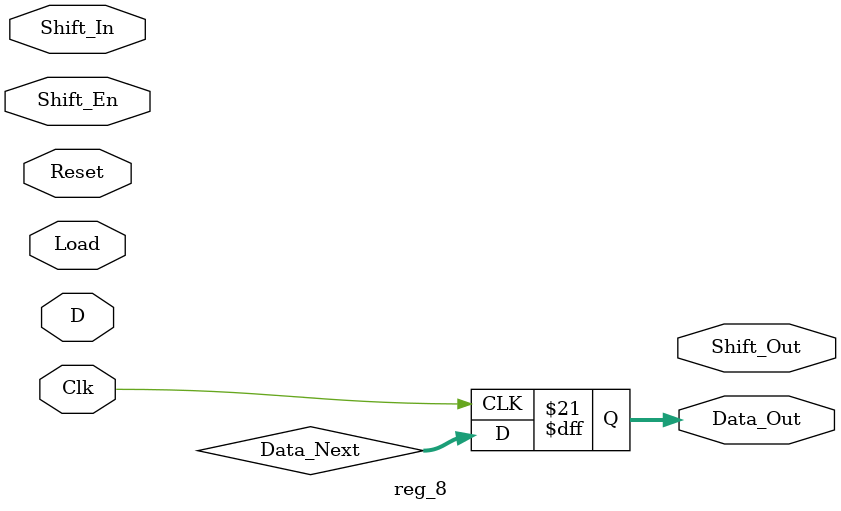
<source format=sv>
module reg_8 (input  logic Clk, Reset, Shift_In, Load, Shift_En,
              input  logic [7:0]  D,
              output logic Shift_Out,
              output logic [7:0]  Data_Out);

			

/*    always_ff @ (posedge Clk)
    begin
	 	 if (Reset) //notice, this is a sycnrhonous reset, which is recommended on the FPGA
			  Data_Out <= 8'h0;
		 else if (Load)
			  Data_Out <= D;
		 else if (Shift_En)
		 begin
			  //concatenate shifted in data to the previous left-most 3 bits
			  //note this works because we are in always_ff procedure block
			  Data_Out <= { Shift_In, Data_Out[7:1] }; //maybe, originally [3:1]
	    end
    end
	
    //assign Shift_Out = Data_Out[0];

endmodule*/

	logic [7:0] Data_Next;
	
	always_ff @ (posedge Clk) begin
		Data_Out <= Data_Next;
	end

	always_comb begin
	Data_next = Data_Out;
		if (Reset) // Synchronous Reset
		  Data_next = 0;
		else if (Load)
		  Data_next = D;
		else if (Shift_En)
		  Data_next = { Shift_In, Data_Out[7:1] };
	end
endmodule

</source>
